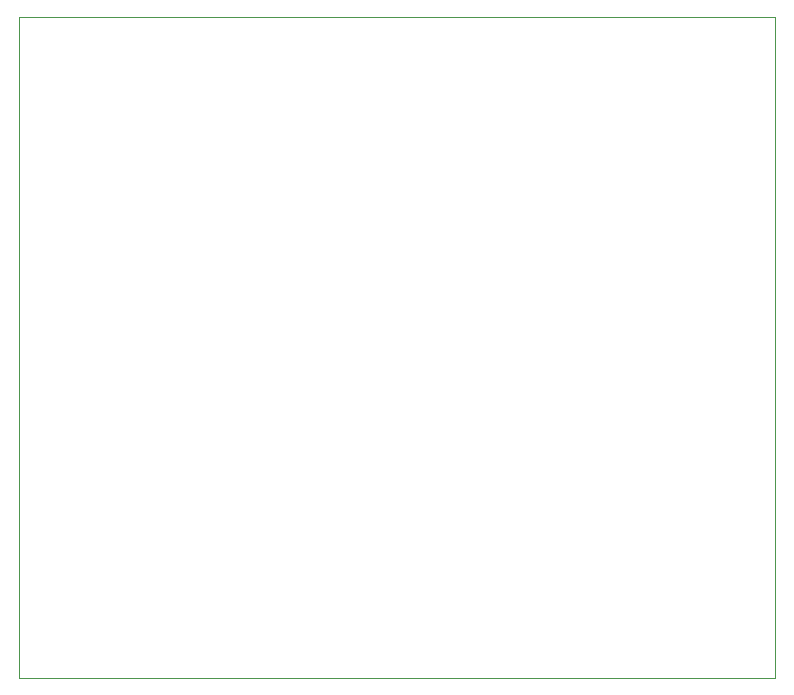
<source format=gbr>
%TF.GenerationSoftware,KiCad,Pcbnew,9.0.4*%
%TF.CreationDate,2025-09-10T21:21:39+09:00*%
%TF.ProjectId,ltr,6c74722e-6b69-4636-9164-5f7063625858,rev?*%
%TF.SameCoordinates,Original*%
%TF.FileFunction,Profile,NP*%
%FSLAX46Y46*%
G04 Gerber Fmt 4.6, Leading zero omitted, Abs format (unit mm)*
G04 Created by KiCad (PCBNEW 9.0.4) date 2025-09-10 21:21:39*
%MOMM*%
%LPD*%
G01*
G04 APERTURE LIST*
%TA.AperFunction,Profile*%
%ADD10C,0.050000*%
%TD*%
G04 APERTURE END LIST*
D10*
X0Y0D02*
X64000000Y0D01*
X64000000Y-56000000D01*
X0Y-56000000D01*
X0Y0D01*
M02*

</source>
